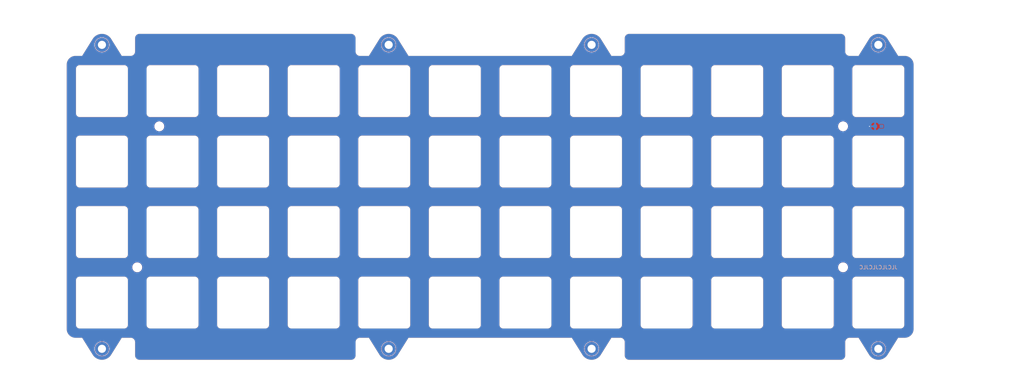
<source format=kicad_pcb>
(kicad_pcb (version 20211014) (generator pcbnew)
  (layers (0 "F.Cu" signal) (31 "B.Cu" signal) (34 "B.Paste" user) (35 "F.Paste" user) (36 "B.SilkS" user "B.Silkscreen") (37 "F.SilkS" user "F.Silkscreen") (38 "B.Mask" user) (39 "F.Mask" user) (44 "Edge.Cuts" user))
  (net 0 "")
  (net 1 "GND")
  (footprint "Keeb_footprints:MX100_cutout_plated" (layer "F.Cu") (at 155.97253 50.00646)
    (fp_text reference "U1")
    (fp_text value "HOLE")
    (fp_line (start -7 6) (end -7 -6) (layer "Edge.Cuts") (width 0.05))
    (fp_line (start -6 7) (end 6 7) (layer "Edge.Cuts") (width 0.05))
    (fp_line (start -6 -7) (end 6 -7) (layer "Edge.Cuts") (width 0.05))
    (fp_line (start 7 -6) (end 7 6) (layer "Edge.Cuts") (width 0.05))
    (fp_arc (start 7 6) (mid 6.707107 6.707107) (end 6 7) (layer "Edge.Cuts") (width 0.05))
    (fp_arc (start 6 -7) (mid 6.707107 -6.707107) (end 7 -6) (layer "Edge.Cuts") (width 0.05))
    (fp_arc (start -6 7) (mid -6.707107 6.707107) (end -7 6) (layer "Edge.Cuts") (width 0.05))
    (fp_arc (start -7 -6) (mid -6.707107 -6.707107) (end -6 -7) (layer "Edge.Cuts") (width 0.05))
  )
  (footprint "Keeb_footprints:MX100_cutout_plated" (layer "F.Cu") (at 175.02261 50.00646)
    (fp_text reference "U2")
    (fp_text value "HOLE")
    (fp_line (start -7 6) (end -7 -6) (layer "Edge.Cuts") (width 0.05))
    (fp_line (start -6 -7) (end 6 -7) (layer "Edge.Cuts") (width 0.05))
    (fp_line (start 7 -6) (end 7 6) (layer "Edge.Cuts") (width 0.05))
    (fp_line (start -6 7) (end 6 7) (layer "Edge.Cuts") (width 0.05))
    (fp_arc (start 6 -7) (mid 6.707107 -6.707107) (end 7 -6) (layer "Edge.Cuts") (width 0.05))
    (fp_arc (start -6 7) (mid -6.707107 6.707107) (end -7 6) (layer "Edge.Cuts") (width 0.05))
    (fp_arc (start 7 6) (mid 6.707107 6.707107) (end 6 7) (layer "Edge.Cuts") (width 0.05))
    (fp_arc (start -7 -6) (mid -6.707107 -6.707107) (end -6 -7) (layer "Edge.Cuts") (width 0.05))
  )
  (footprint "Keeb_footprints:MX100_cutout_plated" (layer "F.Cu") (at 194.07269 50.00646)
    (fp_text reference "U3")
    (fp_text value "HOLE")
    (fp_line (start -6 7) (end 6 7) (layer "Edge.Cuts") (width 0.05))
    (fp_line (start -7 6) (end -7 -6) (layer "Edge.Cuts") (width 0.05))
    (fp_line (start 7 -6) (end 7 6) (layer "Edge.Cuts") (width 0.05))
    (fp_line (start -6 -7) (end 6 -7) (layer "Edge.Cuts") (width 0.05))
    (fp_arc (start 7 6) (mid 6.707107 6.707107) (end 6 7) (layer "Edge.Cuts") (width 0.05))
    (fp_arc (start -7 -6) (mid -6.707107 -6.707107) (end -6 -7) (layer "Edge.Cuts") (width 0.05))
    (fp_arc (start -6 7) (mid -6.707107 6.707107) (end -7 6) (layer "Edge.Cuts") (width 0.05))
    (fp_arc (start 6 -7) (mid 6.707107 -6.707107) (end 7 -6) (layer "Edge.Cuts") (width 0.05))
  )
  (footprint "Keeb_footprints:MX100_cutout_plated" (layer "F.Cu") (at 213.12277 50.00646)
    (fp_text reference "U4")
    (fp_text value "HOLE")
    (fp_line (start -7 6) (end -7 -6) (layer "Edge.Cuts") (width 0.05))
    (fp_line (start -6 7) (end 6 7) (layer "Edge.Cuts") (width 0.05))
    (fp_line (start -6 -7) (end 6 -7) (layer "Edge.Cuts") (width 0.05))
    (fp_line (start 7 -6) (end 7 6) (layer "Edge.Cuts") (width 0.05))
    (fp_arc (start -7 -6) (mid -6.707107 -6.707107) (end -6 -7) (layer "Edge.Cuts") (width 0.05))
    (fp_arc (start 7 6) (mid 6.707107 6.707107) (end 6 7) (layer "Edge.Cuts") (width 0.05))
    (fp_arc (start 6 -7) (mid 6.707107 -6.707107) (end 7 -6) (layer "Edge.Cuts") (width 0.05))
    (fp_arc (start -6 7) (mid -6.707107 6.707107) (end -7 6) (layer "Edge.Cuts") (width 0.05))
  )
  (footprint "Keeb_footprints:MX100_cutout_plated" (layer "F.Cu") (at 232.17285 50.00646)
    (fp_text reference "U5")
    (fp_text value "HOLE")
    (fp_line (start 7 -6) (end 7 6) (layer "Edge.Cuts") (width 0.05))
    (fp_line (start -7 6) (end -7 -6) (layer "Edge.Cuts") (width 0.05))
    (fp_line (start -6 7) (end 6 7) (layer "Edge.Cuts") (width 0.05))
    (fp_line (start -6 -7) (end 6 -7) (layer "Edge.Cuts") (width 0.05))
    (fp_arc (start -7 -6) (mid -6.707107 -6.707107) (end -6 -7) (layer "Edge.Cuts") (width 0.05))
    (fp_arc (start -6 7) (mid -6.707107 6.707107) (end -7 6) (layer "Edge.Cuts") (width 0.05))
    (fp_arc (start 6 -7) (mid 6.707107 -6.707107) (end 7 -6) (layer "Edge.Cuts") (width 0.05))
    (fp_arc (start 7 6) (mid 6.707107 6.707107) (end 6 7) (layer "Edge.Cuts") (width 0.05))
  )
  (footprint "Keeb_footprints:MX100_cutout_plated" (layer "F.Cu") (at 327.42325 50.00646)
    (fp_text reference "U10")
    (fp_text value "HOLE")
    (fp_line (start -6 7) (end 6 7) (layer "Edge.Cuts") (width 0.05))
    (fp_line (start -6 -7) (end 6 -7) (layer "Edge.Cuts") (width 0.05))
    (fp_line (start 7 -6) (end 7 6) (layer "Edge.Cuts") (width 0.05))
    (fp_line (start -7 6) (end -7 -6) (layer "Edge.Cuts") (width 0.05))
    (fp_arc (start -6 7) (mid -6.707107 6.707107) (end -7 6) (layer "Edge.Cuts") (width 0.05))
    (fp_arc (start -7 -6) (mid -6.707107 -6.707107) (end -6 -7) (layer "Edge.Cuts") (width 0.05))
    (fp_arc (start 6 -7) (mid 6.707107 -6.707107) (end 7 -6) (layer "Edge.Cuts") (width 0.05))
    (fp_arc (start 7 6) (mid 6.707107 6.707107) (end 6 7) (layer "Edge.Cuts") (width 0.05))
  )
  (footprint "Keeb_footprints:MX100_cutout_plated" (layer "F.Cu") (at 346.47333 50.00646)
    (fp_text reference "U11")
    (fp_text value "HOLE")
    (fp_line (start -7 6) (end -7 -6) (layer "Edge.Cuts") (width 0.05))
    (fp_line (start -6 -7) (end 6 -7) (layer "Edge.Cuts") (width 0.05))
    (fp_line (start -6 7) (end 6 7) (layer "Edge.Cuts") (width 0.05))
    (fp_line (start 7 -6) (end 7 6) (layer "Edge.Cuts") (width 0.05))
    (fp_arc (start 6 -7) (mid 6.707107 -6.707107) (end 7 -6) (layer "Edge.Cuts") (width 0.05))
    (fp_arc (start -6 7) (mid -6.707107 6.707107) (end -7 6) (layer "Edge.Cuts") (width 0.05))
    (fp_arc (start 7 6) (mid 6.707107 6.707107) (end 6 7) (layer "Edge.Cuts") (width 0.05))
    (fp_arc (start -7 -6) (mid -6.707107 -6.707107) (end -6 -7) (layer "Edge.Cuts") (width 0.05))
  )
  (footprint "Keeb_footprints:MX100_cutout_plated" (layer "F.Cu") (at 155.97253 69.05654)
    (fp_text reference "U13")
    (fp_text value "HOLE")
    (fp_line (start -7 6) (end -7 -6) (layer "Edge.Cuts") (width 0.05))
    (fp_line (start -6 7) (end 6 7) (layer "Edge.Cuts") (width 0.05))
    (fp_line (start 7 -6) (end 7 6) (layer "Edge.Cuts") (width 0.05))
    (fp_line (start -6 -7) (end 6 -7) (layer "Edge.Cuts") (width 0.05))
    (fp_arc (start 7 6) (mid 6.707107 6.707107) (end 6 7) (layer "Edge.Cuts") (width 0.05))
    (fp_arc (start -7 -6) (mid -6.707107 -6.707107) (end -6 -7) (layer "Edge.Cuts") (width 0.05))
    (fp_arc (start -6 7) (mid -6.707107 6.707107) (end -7 6) (layer "Edge.Cuts") (width 0.05))
    (fp_arc (start 6 -7) (mid 6.707107 -6.707107) (end 7 -6) (layer "Edge.Cuts") (width 0.05))
  )
  (footprint "Keeb_footprints:MX100_cutout_plated" (layer "F.Cu") (at 194.07269 69.05654)
    (fp_text reference "U15")
    (fp_text value "HOLE")
    (fp_line (start 7 -6) (end 7 6) (layer "Edge.Cuts") (width 0.05))
    (fp_line (start -6 7) (end 6 7) (layer "Edge.Cuts") (width 0.05))
    (fp_line (start -6 -7) (end 6 -7) (layer "Edge.Cuts") (width 0.05))
    (fp_line (start -7 6) (end -7 -6) (layer "Edge.Cuts") (width 0.05))
    (fp_arc (start -6 7) (mid -6.707107 6.707107) (end -7 6) (layer "Edge.Cuts") (width 0.05))
    (fp_arc (start 6 -7) (mid 6.707107 -6.707107) (end 7 -6) (layer "Edge.Cuts") (width 0.05))
    (fp_arc (start 7 6) (mid 6.707107 6.707107) (end 6 7) (layer "Edge.Cuts") (width 0.05))
    (fp_arc (start -7 -6) (mid -6.707107 -6.707107) (end -6 -7) (layer "Edge.Cuts") (width 0.05))
  )
  (footprint "Keeb_footprints:MX100_cutout_plated" (layer "F.Cu") (at 232.17285 69.05654)
    (fp_text reference "U17")
    (fp_text value "HOLE")
    (fp_line (start 7 -6) (end 7 6) (layer "Edge.Cuts") (width 0.05))
    (fp_line (start -7 6) (end -7 -6) (layer "Edge.Cuts") (width 0.05))
    (fp_line (start -6 -7) (end 6 -7) (layer "Edge.Cuts") (width 0.05))
    (fp_line (start -6 7) (end 6 7) (layer "Edge.Cuts") (width 0.05))
    (fp_arc (start 6 -7) (mid 6.707107 -6.707107) (end 7 -6) (layer "Edge.Cuts") (width 0.05))
    (fp_arc (start -7 -6) (mid -6.707107 -6.707107) (end -6 -7) (layer "Edge.Cuts") (width 0.05))
    (fp_arc (start 7 6) (mid 6.707107 6.707107) (end 6 7) (layer "Edge.Cuts") (width 0.05))
    (fp_arc (start -6 7) (mid -6.707107 6.707107) (end -7 6) (layer "Edge.Cuts") (width 0.05))
  )
  (footprint "Keeb_footprints:MX100_cutout_plated" (layer "F.Cu") (at 251.22293 69.05654)
    (fp_text reference "U18")
    (fp_text value "HOLE")
    (fp_line (start -6 7) (end 6 7) (layer "Edge.Cuts") (width 0.05))
    (fp_line (start 7 -6) (end 7 6) (layer "Edge.Cuts") (width 0.05))
    (fp_line (start -6 -7) (end 6 -7) (layer "Edge.Cuts") (width 0.05))
    (fp_line (start -7 6) (end -7 -6) (layer "Edge.Cuts") (width 0.05))
    (fp_arc (start -6 7) (mid -6.707107 6.707107) (end -7 6) (layer "Edge.Cuts") (width 0.05))
    (fp_arc (start 6 -7) (mid 6.707107 -6.707107) (end 7 -6) (layer "Edge.Cuts") (width 0.05))
    (fp_arc (start -7 -6) (mid -6.707107 -6.707107) (end -6 -7) (layer "Edge.Cuts") (width 0.05))
    (fp_arc (start 7 6) (mid 6.707107 6.707107) (end 6 7) (layer "Edge.Cuts") (width 0.05))
  )
  (footprint "Keeb_footprints:MX100_cutout_plated" (layer "F.Cu") (at 270.27301 69.05654)
    (fp_text reference "U19")
    (fp_text value "HOLE")
    (fp_line (start -7 6) (end -7 -6) (layer "Edge.Cuts") (width 0.05))
    (fp_line (start -6 -7) (end 6 -7) (layer "Edge.Cuts") (width 0.05))
    (fp_line (start -6 7) (end 6 7) (layer "Edge.Cuts") (width 0.05))
    (fp_line (start 7 -6) (end 7 6) (layer "Edge.Cuts") (width 0.05))
    (fp_arc (start -6 7) (mid -6.707107 6.707107) (end -7 6) (layer "Edge.Cuts") (width 0.05))
    (fp_arc (start -7 -6) (mid -6.707107 -6.707107) (end -6 -7) (layer "Edge.Cuts") (width 0.05))
    (fp_arc (start 7 6) (mid 6.707107 6.707107) (end 6 7) (layer "Edge.Cuts") (width 0.05))
    (fp_arc (start 6 -7) (mid 6.707107 -6.707107) (end 7 -6) (layer "Edge.Cuts") (width 0.05))
  )
  (footprint "Keeb_footprints:MX100_cutout_plated" (layer "F.Cu") (at 289.32309 69.05654)
    (fp_text reference "U20")
    (fp_text value "HOLE")
    (fp_line (start 7 -6) (end 7 6) (layer "Edge.Cuts") (width 0.05))
    (fp_line (start -6 7) (end 6 7) (layer "Edge.Cuts") (width 0.05))
    (fp_line (start -6 -7) (end 6 -7) (layer "Edge.Cuts") (width 0.05))
    (fp_line (start -7 6) (end -7 -6) (layer "Edge.Cuts") (width 0.05))
    (fp_arc (start -6 7) (mid -6.707107 6.707107) (end -7 6) (layer "Edge.Cuts") (width 0.05))
    (fp_arc (start -7 -6) (mid -6.707107 -6.707107) (end -6 -7) (layer "Edge.Cuts") (width 0.05))
    (fp_arc (start 6 -7) (mid 6.707107 -6.707107) (end 7 -6) (layer "Edge.Cuts") (width 0.05))
    (fp_arc (start 7 6) (mid 6.707107 6.707107) (end 6 7) (layer "Edge.Cuts") (width 0.05))
  )
  (footprint "Keeb_footprints:MX100_cutout_plated" (layer "F.Cu") (at 308.37317 69.05654)
    (fp_text reference "U21")
    (fp_text value "HOLE")
    (fp_line (start 7 -6) (end 7 6) (layer "Edge.Cuts") (width 0.05))
    (fp_line (start -7 6) (end -7 -6) (layer "Edge.Cuts") (width 0.05))
    (fp_line (start -6 7) (end 6 7) (layer "Edge.Cuts") (width 0.05))
    (fp_line (start -6 -7) (end 6 -7) (layer "Edge.Cuts") (width 0.05))
    (fp_arc (start -7 -6) (mid -6.707107 -6.707107) (end -6 -7) (layer "Edge.Cuts") (width 0.05))
    (fp_arc (start -6 7) (mid -6.707107 6.707107) (end -7 6) (layer "Edge.Cuts") (width 0.05))
    (fp_arc (start 7 6) (mid 6.707107 6.707107) (end 6 7) (layer "Edge.Cuts") (width 0.05))
    (fp_arc (start 6 -7) (mid 6.707107 -6.707107) (end 7 -6) (layer "Edge.Cuts") (width 0.05))
  )
  (footprint "Keeb_footprints:MX100_cutout_plated" (layer "F.Cu") (at 327.42325 69.05654)
    (fp_text reference "U22")
    (fp_text value "HOLE")
    (fp_line (start -6 7) (end 6 7) (layer "Edge.Cuts") (width 0.05))
    (fp_line (start 7 -6) (end 7 6) (layer "Edge.Cuts") (width 0.05))
    (fp_line (start -6 -7) (end 6 -7) (layer "Edge.Cuts") (width 0.05))
    (fp_line (start -7 6) (end -7 -6) (layer "Edge.Cuts") (width 0.05))
    (fp_arc (start -7 -6) (mid -6.707107 -6.707107) (end -6 -7) (layer "Edge.Cuts") (width 0.05))
    (fp_arc (start 6 -7) (mid 6.707107 -6.707107) (end 7 -6) (layer "Edge.Cuts") (width 0.05))
    (fp_arc (start 7 6) (mid 6.707107 6.707107) (end 6 7) (layer "Edge.Cuts") (width 0.05))
    (fp_arc (start -6 7) (mid -6.707107 6.707107) (end -7 6) (layer "Edge.Cuts") (width 0.05))
  )
  (footprint "Keeb_footprints:MX100_cutout_plated" (layer "F.Cu") (at 346.47333 69.05654)
    (fp_text reference "U23")
    (fp_text value "HOLE")
    (fp_line (start -6 -7) (end 6 -7) (layer "Edge.Cuts") (width 0.05))
    (fp_line (start -7 6) (end -7 -6) (layer "Edge.Cuts") (width 0.05))
    (fp_line (start 7 -6) (end 7 6) (layer "Edge.Cuts") (width 0.05))
    (fp_line (start -6 7) (end 6 7) (layer "Edge.Cuts") (width 0.05))
    (fp_arc (start 6 -7) (mid 6.707107 -6.707107) (end 7 -6) (layer "Edge.Cuts") (width 0.05))
    (fp_arc (start 7 6) (mid 6.707107 6.707107) (end 6 7) (layer "Edge.Cuts") (width 0.05))
    (fp_arc (start -6 7) (mid -6.707107 6.707107) (end -7 6) (layer "Edge.Cuts") (width 0.05))
    (fp_arc (start -7 -6) (mid -6.707107 -6.707107) (end -6 -7) (layer "Edge.Cuts") (width 0.05))
  )
  (footprint "Keeb_footprints:MX100_cutout_plated" (layer "F.Cu") (at 365.52341 69.05654)
    (fp_text reference "U24")
    (fp_text value "HOLE")
    (fp_line (start -7 6) (end -7 -6) (layer "Edge.Cuts") (width 0.05))
    (fp_line (start -6 7) (end 6 7) (layer "Edge.Cuts") (width 0.05))
    (fp_line (start 7 -6) (end 7 6) (layer "Edge.Cuts") (width 0.05))
    (fp_line (start -6 -7) (end 6 -7) (layer "Edge.Cuts") (width 0.05))
    (fp_arc (start -6 7) (mid -6.707107 6.707107) (end -7 6) (layer "Edge.Cuts") (width 0.05))
    (fp_arc (start -7 -6) (mid -6.707107 -6.707107) (end -6 -7) (layer "Edge.Cuts") (width 0.05))
    (fp_arc (start 6 -7) (mid 6.707107 -6.707107) (end 7 -6) (layer "Edge.Cuts") (width 0.05))
    (fp_arc (start 7 6) (mid 6.707107 6.707107) (end 6 7) (layer "Edge.Cuts") (width 0.05))
  )
  (footprint "Keeb_footprints:MX100_cutout_plated" (layer "F.Cu") (at 155.97253 88.10662)
    (fp_text reference "U25")
    (fp_text value "HOLE")
    (fp_line (start 7 -6) (end 7 6) (layer "Edge.Cuts") (width 0.05))
    (fp_line (start -7 6) (end -7 -6) (layer "Edge.Cuts") (width 0.05))
    (fp_line (start -6 -7) (end 6 -7) (layer "Edge.Cuts") (width 0.05))
    (fp_line (start -6 7) (end 6 7) (layer "Edge.Cuts") (width 0.05))
    (fp_arc (start -6 7) (mid -6.707107 6.707107) (end -7 6) (layer "Edge.Cuts") (width 0.05))
    (fp_arc (start 6 -7) (mid 6.707107 -6.707107) (end 7 -6) (layer "Edge.Cuts") (width 0.05))
    (fp_arc (start 7 6) (mid 6.707107 6.707107) (end 6 7) (layer "Edge.Cuts") (width 0.05))
    (fp_arc (start -7 -6) (mid -6.707107 -6.707107) (end -6 -7) (layer "Edge.Cuts") (width 0.05))
  )
  (footprint "Keeb_footprints:MX100_cutout_plated" (layer "F.Cu") (at 175.02261 88.10662)
    (fp_text reference "U26")
    (fp_text value "HOLE")
    (fp_line (start -6 -7) (end 6 -7) (layer "Edge.Cuts") (width 0.05))
    (fp_line (start -6 7) (end 6 7) (layer "Edge.Cuts") (width 0.05))
    (fp_line (start -7 6) (end -7 -6) (layer "Edge.Cuts") (width 0.05))
    (fp_line (start 7 -6) (end 7 6) (layer "Edge.Cuts") (width 0.05))
    (fp_arc (start 7 6) (mid 6.707107 6.707107) (end 6 7) (layer "Edge.Cuts") (width 0.05))
    (fp_arc (start -6 7) (mid -6.707107 6.707107) (end -7 6) (layer "Edge.Cuts") (width 0.05))
    (fp_arc (start 6 -7) (mid 6.707107 -6.707107) (end 7 -6) (layer "Edge.Cuts") (width 0.05))
    (fp_arc (start -7 -6) (mid -6.707107 -6.707107) (end -6 -7) (layer "Edge.Cuts") (width 0.05))
  )
  (footprint "Keeb_footprints:MX100_cutout_plated" (layer "F.Cu") (at 194.07269 88.10662)
    (fp_text reference "U27")
    (fp_text value "HOLE")
    (fp_line (start -7 6) (end -7 -6) (layer "Edge.Cuts") (width 0.05))
    (fp_line (start 7 -6) (end 7 6) (layer "Edge.Cuts") (width 0.05))
    (fp_line (start -6 -7) (end 6 -7) (layer "Edge.Cuts") (width 0.05))
    (fp_line (start -6 7) (end 6 7) (layer "Edge.Cuts") (width 0.05))
    (fp_arc (start -6 7) (mid -6.707107 6.707107) (end -7 6) (layer "Edge.Cuts") (width 0.05))
    (fp_arc (start -7 -6) (mid -6.707107 -6.707107) (end -6 -7) (layer "Edge.Cuts") (width 0.05))
    (fp_arc (start 6 -7) (mid 6.707107 -6.707107) (end 7 -6) (layer "Edge.Cuts") (width 0.05))
    (fp_arc (start 7 6) (mid 6.707107 6.707107) (end 6 7) (layer "Edge.Cuts") (width 0.05))
  )
  (footprint "Keeb_footprints:MX100_cutout_plated" (layer "F.Cu") (at 213.12277 88.10662)
    (fp_text reference "U28")
    (fp_text value "HOLE")
    (fp_line (start -6 7) (end 6 7) (layer "Edge.Cuts") (width 0.05))
    (fp_line (start -7 6) (end -7 -6) (layer "Edge.Cuts") (width 0.05))
    (fp_line (start 7 -6) (end 7 6) (layer "Edge.Cuts") (width 0.05))
    (fp_line (start -6 -7) (end 6 -7) (layer "Edge.Cuts") (width 0.05))
    (fp_arc (start 6 -7) (mid 6.707107 -6.707107) (end 7 -6) (layer "Edge.Cuts") (width 0.05))
    (fp_arc (start 7 6) (mid 6.707107 6.707107) (end 6 7) (layer "Edge.Cuts") (width 0.05))
    (fp_arc (start -6 7) (mid -6.707107 6.707107) (end -7 6) (layer "Edge.Cuts") (width 0.05))
    (fp_arc (start -7 -6) (mid -6.707107 -6.707107) (end -6 -7) (layer "Edge.Cuts") (width 0.05))
  )
  (footprint "Keeb_footprints:MX100_cutout_plated" (layer "F.Cu") (at 232.17285 88.10662)
    (fp_text reference "U29")
    (fp_text value "HOLE")
    (fp_line (start -6 -7) (end 6 -7) (layer "Edge.Cuts") (width 0.05))
    (fp_line (start -7 6) (end -7 -6) (layer "Edge.Cuts") (width 0.05))
    (fp_line (start -6 7) (end 6 7) (layer "Edge.Cuts") (width 0.05))
    (fp_line (start 7 -6) (end 7 6) (layer "Edge.Cuts") (width 0.05))
    (fp_arc (start 7 6) (mid 6.707107 6.707107) (end 6 7) (layer "Edge.Cuts") (width 0.05))
    (fp_arc (start -6 7) (mid -6.707107 6.707107) (end -7 6) (layer "Edge.Cuts") (width 0.05))
    (fp_arc (start 6 -7) (mid 6.707107 -6.707107) (end 7 -6) (layer "Edge.Cuts") (width 0.05))
    (fp_arc (start -7 -6) (mid -6.707107 -6.707107) (end -6 -7) (layer "Edge.Cuts") (width 0.05))
  )
  (footprint "Keeb_footprints:MX100_cutout_plated" (layer "F.Cu") (at 251.22293 88.10662)
    (fp_text reference "U30")
    (fp_text value "HOLE")
    (fp_line (start -6 -7) (end 6 -7) (layer "Edge.Cuts") (width 0.05))
    (fp_line (start -6 7) (end 6 7) (layer "Edge.Cuts") (width 0.05))
    (fp_line (start -7 6) (end -7 -6) (layer "Edge.Cuts") (width 0.05))
    (fp_line (start 7 -6) (end 7 6) (layer "Edge.Cuts") (width 0.05))
    (fp_arc (start 6 -7) (mid 6.707107 -6.707107) (end 7 -6) (layer "Edge.Cuts") (width 0.05))
    (fp_arc (start -6 7) (mid -6.707107 6.707107) (end -7 6) (layer "Edge.Cuts") (width 0.05))
    (fp_arc (start -7 -6) (mid -6.707107 -6.707107) (end -6 -7) (layer "Edge.Cuts") (width 0.05))
    (fp_arc (start 7 6) (mid 6.707107 6.707107) (end 6 7) (layer "Edge.Cuts") (width 0.05))
  )
  (footprint "Keeb_footprints:MX100_cutout_plated" (layer "F.Cu") (at 270.27301 88.10662)
    (fp_text reference "U31")
    (fp_text value "HOLE")
    (fp_line (start -6 -7) (end 6 -7) (layer "Edge.Cuts") (width 0.05))
    (fp_line (start 7 -6) (end 7 6) (layer "Edge.Cuts") (width 0.05))
    (fp_line (start -7 6) (end -7 -6) (layer "Edge.Cuts") (width 0.05))
    (fp_line (start -6 7) (end 6 7) (layer "Edge.Cuts") (width 0.05))
    (fp_arc (start 6 -7) (mid 6.707107 -6.707107) (end 7 -6) (layer "Edge.Cuts") (width 0.05))
    (fp_arc (start -6 7) (mid -6.707107 6.707107) (end -7 6) (layer "Edge.Cuts") (width 0.05))
    (fp_arc (start -7 -6) (mid -6.707107 -6.707107) (end -6 -7) (layer "Edge.Cuts") (width 0.05))
    (fp_arc (start 7 6) (mid 6.707107 6.707107) (end 6 7) (layer "Edge.Cuts") (width 0.05))
  )
  (footprint "Keeb_footprints:MX100_cutout_plated" (layer "F.Cu") (at 289.32309 88.10662)
    (fp_text reference "U32")
    (fp_text value "HOLE")
    (fp_line (start -7 6) (end -7 -6) (layer "Edge.Cuts") (width 0.05))
    (fp_line (start 7 -6) (end 7 6) (layer "Edge.Cuts") (width 0.05))
    (fp_line (start -6 7) (end 6 7) (layer "Edge.Cuts") (width 0.05))
    (fp_line (start -6 -7) (end 6 -7) (layer "Edge.Cuts") (width 0.05))
    (fp_arc (start -6 7) (mid -6.707107 6.707107) (end -7 6) (layer "Edge.Cuts") (width 0.05))
    (fp_arc (start -7 -6) (mid -6.707107 -6.707107) (end -6 -7) (layer "Edge.Cuts") (width 0.05))
    (fp_arc (start 7 6) (mid 6.707107 6.707107) (end 6 7) (layer "Edge.Cuts") (width 0.05))
    (fp_arc (start 6 -7) (mid 6.707107 -6.707107) (end 7 -6) (layer "Edge.Cuts") (width 0.05))
  )
  (footprint "Keeb_footprints:MX100_cutout_plated" (layer "F.Cu") (at 308.37317 88.10662)
    (fp_text reference "U33")
    (fp_text value "HOLE")
    (fp_line (start -6 -7) (end 6 -7) (layer "Edge.Cuts") (width 0.05))
    (fp_line (start -6 7) (end 6 7) (layer "Edge.Cuts") (width 0.05))
    (fp_line (start 7 -6) (end 7 6) (layer "Edge.Cuts") (width 0.05))
    (fp_line (start -7 6) (end -7 -6) (layer "Edge.Cuts") (width 0.05))
    (fp_arc (start -7 -6) (mid -6.707107 -6.707107) (end -6 -7) (layer "Edge.Cuts") (width 0.05))
    (fp_arc (start 6 -7) (mid 6.707107 -6.707107) (end 7 -6) (layer "Edge.Cuts") (width 0.05))
    (fp_arc (start -6 7) (mid -6.707107 6.707107) (end -7 6) (layer "Edge.Cuts") (width 0.05))
    (fp_arc (start 7 6) (mid 6.707107 6.707107) (end 6 7) (layer "Edge.Cuts") (width 0.05))
  )
  (footprint "Keeb_footprints:MX100_cutout_plated" (layer "F.Cu") (at 327.42325 88.10662)
    (fp_text reference "U34")
    (fp_text value "HOLE")
    (fp_line (start -6 -7) (end 6 -7) (layer "Edge.Cuts") (width 0.05))
    (fp_line (start -6 7) (end 6 7) (layer "Edge.Cuts") (width 0.05))
    (fp_line (start -7 6) (end -7 -6) (layer "Edge.Cuts") (width 0.05))
    (fp_line (start 7 -6) (end 7 6) (layer "Edge.Cuts") (width 0.05))
    (fp_arc (start 6 -7) (mid 6.707107 -6.707107) (end 7 -6) (layer "Edge.Cuts") (width 0.05))
    (fp_arc (start -7 -6) (mid -6.707107 -6.707107) (end -6 -7) (layer "Edge.Cuts") (width 0.05))
    (fp_arc (start 7 6) (mid 6.707107 6.707107) (end 6 7) (layer "Edge.Cuts") (width 0.05))
    (fp_arc (start -6 7) (mid -6.707107 6.707107) (end -7 6) (layer "Edge.Cuts") (width 0.05))
  )
  (footprint "Keeb_footprints:MX100_cutout_plated" (layer "F.Cu") (at 346.47333 88.10662)
    (fp_text reference "U35")
    (fp_text value "HOLE")
    (fp_line (start 7 -6) (end 7 6) (layer "Edge.Cuts") (width 0.05))
    (fp_line (start -6 7) (end 6 7) (layer "Edge.Cuts") (width 0.05))
    (fp_line (start -7 6) (end -7 -6) (layer "Edge.Cuts") (width 0.05))
    (fp_line (start -6 -7) (end 6 -7) (layer "Edge.Cuts") (width 0.05))
    (fp_arc (start 7 6) (mid 6.707107 6.707107) (end 6 7) (layer "Edge.Cuts") (width 0.05))
    (fp_arc (start -7 -6) (mid -6.707107 -6.707107) (end -6 -7) (layer "Edge.Cuts") (width 0.05))
    (fp_arc (start 6 -7) (mid 6.707107 -6.707107) (end 7 -6) (layer "Edge.Cuts") (width 0.05))
    (fp_arc (start -6 7) (mid -6.707107 6.707107) (end -7 6) (layer "Edge.Cuts") (width 0.05))
  )
  (footprint "Keeb_footprints:MX100_cutout_plated" (layer "F.Cu") (at 365.52341 88.10662)
    (fp_text reference "U36")
    (fp_text value "HOLE")
    (fp_line (start 7 -6) (end 7 6) (layer "Edge.Cuts") (width 0.05))
    (fp_line (start -7 6) (end -7 -6) (layer "Edge.Cuts") (width 0.05))
    (fp_line (start -6 -7) (end 6 -7) (layer "Edge.Cuts") (width 0.05))
    (fp_line (start -6 7) (end 6 7) (layer "Edge.Cuts") (width 0.05))
    (fp_arc (start 7 6) (mid 6.707107 6.707107) (end 6 7) (layer "Edge.Cuts") (width 0.05))
    (fp_arc (start -7 -6) (mid -6.707107 -6.707107) (end -6 -7) (layer "Edge.Cuts") (width 0.05))
    (fp_arc (start -6 7) (mid -6.707107 6.707107) (end -7 6) (layer "Edge.Cuts") (width 0.05))
    (fp_arc (start 6 -7) (mid 6.707107 -6.707107) (end 7 -6) (layer "Edge.Cuts") (width 0.05))
  )
  (footprint "Keeb_footprints:MX100_cutout_plated" (layer "F.Cu") (at 175.02261 107.1567)
    (fp_text reference "U38")
    (fp_text value "HOLE")
    (fp_line (start 7 -6) (end 7 6) (layer "Edge.Cuts") (width 0.05))
    (fp_line (start -6 7) (end 6 7) (layer "Edge.Cuts") (width 0.05))
    (fp_line (start -6 -7) (end 6 -7) (layer "Edge.Cuts") (width 0.05))
    (fp_line (start -7 6) (end -7 -6) (layer "Edge.Cuts") (width 0.05))
    (fp_arc (start 6 -7) (mid 6.707107 -6.707107) (end 7 -6) (layer "Edge.Cuts") (width 0.05))
    (fp_arc (start -7 -6) (mid -6.707107 -6.707107) (end -6 -7) (layer "Edge.Cuts") (width 0.05))
    (fp_arc (start 7 6) (mid 6.707107 6.707107) (end 6 7) (layer "Edge.Cuts") (width 0.05))
    (fp_arc (start -6 7) (mid -6.707107 6.707107) (end -7 6) (layer "Edge.Cuts") (width 0.05))
  )
  (footprint "Keeb_footprints:MX100_cutout_plated" (layer "F.Cu") (at 194.07269 107.1567)
    (fp_text reference "U39")
    (fp_text value "HOLE")
    (fp_line (start -7 6) (end -7 -6) (layer "Edge.Cuts") (width 0.05))
    (fp_line (start -6 7) (end 6 7) (layer "Edge.Cuts") (width 0.05))
    (fp_line (start -6 -7) (end 6 -7) (layer "Edge.Cuts") (width 0.05))
    (fp_line (start 7 -6) (end 7 6) (layer "Edge.Cuts") (width 0.05))
    (fp_arc (start -7 -6) (mid -6.707107 -6.707107) (end -6 -7) (layer "Edge.Cuts") (width 0.05))
    (fp_arc (start -6 7) (mid -6.707107 6.707107) (end -7 6) (layer "Edge.Cuts") (width 0.05))
    (fp_arc (start 7 6) (mid 6.707107 6.707107) (end 6 7) (layer "Edge.Cuts") (width 0.05))
    (fp_arc (start 6 -7) (mid 6.707107 -6.707107) (end 7 -6) (layer "Edge.Cuts") (width 0.05))
  )
  (footprint "Keeb_footprints:MX100_cutout_plated" (layer "F.Cu") (at 213.12277 107.1567)
    (fp_text reference "U40")
    (fp_text value "HOLE")
    (fp_line (start -6 -7) (end 6 -7) (layer "Edge.Cuts") (width 0.05))
    (fp_line (start -7 6) (end -7 -6) (layer "Edge.Cuts") (width 0.05))
    (fp_line (start 7 -6) (end 7 6) (layer "Edge.Cuts") (width 0.05))
    (fp_line (start -6 7) (end 6 7) (layer "Edge.Cuts") (width 0.05))
    (fp_arc (start 7 6) (mid 6.707107 6.707107) (end 6 7) (layer "Edge.Cuts") (width 0.05))
    (fp_arc (start -7 -6) (mid -6.707107 -6.707107) (end -6 -7) (layer "Edge.Cuts") (width 0.05))
    (fp_arc (start -6 7) (mid -6.707107 6.707107) (end -7 6) (layer "Edge.Cuts") (width 0.05))
    (fp_arc (start 6 -7) (mid 6.707107 -6.707107) (end 7 -6) (layer "Edge.Cuts") (width 0.05))
  )
  (footprint "Keeb_footprints:MX100_cutout_plated" (layer "F.Cu") (at 232.17285 107.1567)
    (fp_text reference "U41")
    (fp_text value "HOLE")
    (fp_line (start -6 -7) (end 6 -7) (layer "Edge.Cuts") (width 0.05))
    (fp_line (start -7 6) (end -7 -6) (layer "Edge.Cuts") (width 0.05))
    (fp_line (start -6 7) (end 6 7) (layer "Edge.Cuts") (width 0.05))
    (fp_line (start 7 -6) (end 7 6) (layer "Edge.Cuts") (width 0.05))
    (fp_arc (start 6 -7) (mid 6.707107 -6.707107) (end 7 -6) (layer "Edge.Cuts") (width 0.05))
    (fp_arc (start -6 7) (mid -6.707107 6.707107) (end -7 6) (layer "Edge.Cuts") (width 0.05))
    (fp_arc (start -7 -6) (mid -6.707107 -6.707107) (end -6 -7) (layer "Edge.Cuts") (width 0.05))
    (fp_arc (start 7 6) (mid 6.707107 6.707107) (end 6 7) (layer "Edge.Cuts") (width 0.05))
  )
  (footprint "Keeb_footprints:MX100_cutout_plated" (layer "F.Cu") (at 251.22293 107.1567)
    (fp_text reference "U42")
    (fp_text value "HOLE")
    (fp_line (start -6 -7) (end 6 -7) (layer "Edge.Cuts") (width 0.05))
    (fp_line (start 7 -6) (end 7 6) (layer "Edge.Cuts") (width 0.05))
    (fp_line (start -7 6) (end -7 -6) (layer "Edge.Cuts") (width 0.05))
    (fp_line (start -6 7) (end 6 7) (layer "Edge.Cuts") (width 0.05))
    (fp_arc (start 6 -7) (mid 6.707107 -6.707107) (end 7 -6) (layer "Edge.Cuts") (width 0.05))
    (fp_arc (start -7 -6) (mid -6.707107 -6.707107) (end -6 -7) (layer "Edge.Cuts") (width 0.05))
    (fp_arc (start -6 7) (mid -6.707107 6.707107) (end -7 6) (layer "Edge.Cuts") (width 0.05))
    (fp_arc (start 7 6) (mid 6.707107 6.707107) (end 6 7) (layer "Edge.Cuts") (width 0.05))
  )
  (footprint "Keeb_footprints:MX100_cutout_plated" (layer "F.Cu") (at 270.27301 107.1567)
    (fp_text reference "U43")
    (fp_text value "HOLE")
    (fp_line (start -6 7) (end 6 7) (layer "Edge.Cuts") (width 0.05))
    (fp_line (start -7 6) (end -7 -6) (layer "Edge.Cuts") (width 0.05))
    (fp_line (start -6 -7) (end 6 -7) (layer "Edge.Cuts") (width 0.05))
    (fp_line (start 7 -6) (end 7 6) (layer "Edge.Cuts") (width 0.05))
    (fp_arc (start -6 7) (mid -6.707107 6.707107) (end -7 6) (layer "Edge.Cuts") (width 0.05))
    (fp_arc (start 6 -7) (mid 6.707107 -6.707107) (end 7 -6) (layer "Edge.Cuts") (width 0.05))
    (fp_arc (start 7 6) (mid 6.707107 6.707107) (end 6 7) (layer "Edge.Cuts") (width 0.05))
    (fp_arc (start -7 -6) (mid -6.707107 -6.707107) (end -6 -7) (layer "Edge.Cuts") (width 0.05))
  )
  (footprint "Keeb_footprints:MX100_cutout_plated" (layer "F.Cu") (at 289.32309 107.1567)
    (fp_text reference "U44")
    (fp_text value "HOLE")
    (fp_line (start -7 6) (end -7 -6) (layer "Edge.Cuts") (width 0.05))
    (fp_line (start 7 -6) (end 7 6) (layer "Edge.Cuts") (width 0.05))
    (fp_line (start -6 7) (end 6 7) (layer "Edge.Cuts") (width 0.05))
    (fp_line (start -6 -7) (end 6 -7) (layer "Edge.Cuts") (width 0.05))
    (fp_arc (start -6 7) (mid -6.707107 6.707107) (end -7 6) (layer "Edge.Cuts") (width 0.05))
    (fp_arc (start 7 6) (mid 6.707107 6.707107) (end 6 7) (layer "Edge.Cuts") (width 0.05))
    (fp_arc (start 6 -7) (mid 6.707107 -6.707107) (end 7 -6) (layer "Edge.Cuts") (width 0.05))
    (fp_arc (start -7 -6) (mid -6.707107 -6.707107) (end -6 -7) (layer "Edge.Cuts") (width 0.05))
  )
  (footprint "Keeb_footprints:MX100_cutout_plated" (layer "F.Cu") (at 308.37317 107.1567)
    (fp_text reference "U45")
    (fp_text value "HOLE")
    (fp_line (start -6 -7) (end 6 -7) (layer "Edge.Cuts") (width 0.05))
    (fp_line (start -6 7) (end 6 7) (layer "Edge.Cuts") (width 0.05))
    (fp_line (start 7 -6) (end 7 6) (layer "Edge.Cuts") (width 0.05))
    (fp_line (start -7 6) (end -7 -6) (layer "Edge.Cuts") (width 0.05))
    (fp_arc (start 6 -7) (mid 6.707107 -6.707107) (end 7 -6) (layer "Edge.Cuts") (width 0.05))
    (fp_arc (start -6 7) (mid -6.707107 6.707107) (end -7 6) (layer "Edge.Cuts") (width 0.05))
    (fp_arc (start 7 6) (mid 6.707107 6.707107) (end 6 7) (layer "Edge.Cuts") (width 0.05))
    (fp_arc (start -7 -6) (mid -6.707107 -6.707107) (end -6 -7) (layer "Edge.Cuts") (width 0.05))
  )
  (footprint "Keeb_footprints:MX100_cutout_plated" (layer "F.Cu") (at 327.42325 107.1567)
    (fp_text reference "U46")
    (fp_text value "HOLE")
    (fp_line (start -7 6) (end -7 -6) (layer "Edge.Cuts") (width 0.05))
    (fp_line (start 7 -6) (end 7 6) (layer "Edge.Cuts") (width 0.05))
    (fp_line (start -6 7) (end 6 7) (layer "Edge.Cuts") (width 0.05))
    (fp_line (start -6 -7) (end 6 -7) (layer "Edge.Cuts") (width 0.05))
    (fp_arc (start 7 6) (mid 6.707107 6.707107) (end 6 7) (layer "Edge.Cuts") (width 0.05))
    (fp_arc (start -7 -6) (mid -6.707107 -6.707107) (end -6 -7) (layer "Edge.Cuts") (width 0.05))
    (fp_arc (start -6 7) (mid -6.707107 6.707107) (end -7 6) (layer "Edge.Cuts") (width 0.05))
    (fp_arc (start 6 -7) (mid 6.707107 -6.707107) (end 7 -6) (layer "Edge.Cuts") (width 0.05))
  )
  (footprint "Keeb_footprints:MX100_cutout_plated" (layer "F.Cu") (at 346.47333 107.16)
    (fp_text reference "U47")
    (fp_text value "HOLE")
    (fp_line (start -6 7) (end 6 7) (layer "Edge.Cuts") (width 0.05))
    (fp_line (start 7 -6) (end 7 6) (layer "Edge.Cuts") (width 0.05))
    (fp_line (start -6 -7) (end 6 -7) (layer "Edge.Cuts") (width 0.05))
    (fp_line (start -7 6) (end -7 -6) (layer "Edge.Cuts") (width 0.05))
    (fp_arc (start -7 -6) (mid -6.707107 -6.707107) (end -6 -7) (layer "Edge.Cuts") (width 0.05))
    (fp_arc (start 6 -7) (mid 6.707107 -6.707107) (end 7 -6) (layer "Edge.Cuts") (width 0.05))
    (fp_arc (start -6 7) (mid -6.707107 6.707107) (end -7 6) (layer "Edge.Cuts") (width 0.05))
    (fp_arc (start 7 6) (mid 6.707107 6.707107) (end 6 7) (layer "Edge.Cuts") (width 0.05))
  )
  (footprint "Keeb_footprints:MX100_cutout_plated" (layer "F.Cu") (at 365.52341 107.1567)
    (fp_text reference "U48")
    (fp_text value "HOLE")
    (fp_line (start -6 -7) (end 6 -7) (layer "Edge.Cuts") (width 0.05))
    (fp_line (start -6 7) (end 6 7) (layer "Edge.Cuts") (width 0.05))
    (fp_line (start -7 6) (end -7 -6) (layer "Edge.Cuts") (width 0.05))
    (fp_line (start 7 -6) (end 7 6) (layer "Edge.Cuts") (width 0.05))
    (fp_arc (start 7 6) (mid 6.707107 6.707107) (end 6 7) (layer "Edge.Cuts") (width 0.05))
    (fp_arc (start 6 -7) (mid 6.707107 -6.707107) (end 7 -6) (layer "Edge.Cuts") (width 0.05))
    (fp_arc (start -7 -6) (mid -6.707107 -6.707107) (end -6 -7) (layer "Edge.Cuts") (width 0.05))
    (fp_arc (start -6 7) (mid -6.707107 6.707107) (end -7 6) (layer "Edge.Cuts") (width 0.05))
  )
  (footprint "Keeb_footprints:MX100_cutout_plated" (layer "F.Cu") (at 155.97253 107.1567)
    (fp_text reference "U37")
    (fp_text value "HOLE")
    (fp_line (start -6 7) (end 6 7) (layer "Edge.Cuts") (width 0.05))
    (fp_line (start -6 -7) (end 6 -7) (layer "Edge.Cuts") (width 0.05))
    (fp_line (start 7 -6) (end 7 6) (layer "Edge.Cuts") (width 0.05))
    (fp_line (start -7 6) (end -7 -6) (layer "Edge.Cuts") (width 0.05))
    (fp_arc (start 6 -7) (mid 6.707107 -6.707107) (end 7 -6) (layer "Edge.Cuts") (width 0.05))
    (fp_arc (start -6 7) (mid -6.707107 6.707107) (end -7 6) (layer "Edge.Cuts") (width 0.05))
    (fp_arc (start -7 -6) (mid -6.707107 -6.707107) (end -6 -7) (layer "Edge.Cuts") (width 0.05))
    (fp_arc (start 7 6) (mid 6.707107 6.707107) (end 6 7) (layer "Edge.Cuts") (width 0.05))
  )
  (footprint "Keeb_footprints:MX100_cutout_plated" (layer "F.Cu") (at 175.02261 69.05654)
    (fp_text reference "U14")
    (fp_text value "HOLE")
    (fp_line (start 7 -6) (end 7 6) (layer "Edge.Cuts") (width 0.05))
    (fp_line (start -6 -7) (end 6 -7) (layer "Edge.Cuts") (width 0.05))
    (fp_line (start -6 7) (end 6 7) (layer "Edge.Cuts") (width 0.05))
    (fp_line (start -7 6) (end -7 -6) (layer "Edge.Cuts") (width 0.05))
    (fp_arc (start -7 -6) (mid -6.707107 -6.707107) (end -6 -7) (layer "Edge.Cuts") (width 0.05))
    (fp_arc (start 6 -7) (mid 6.707107 -6.707107) (end 7 -6) (layer "Edge.Cuts") (width 0.05))
    (fp_arc (start -6 7) (mid -6.707107 6.707107) (end -7 6) (layer "Edge.Cuts") (width 0.05))
    (fp_arc (start 7 6) (mid 6.707107 6.707107) (end 6 7) (layer "Edge.Cuts") (width 0.05))
  )
  (footprint "Keeb_footprints:MX100_cutout_plated" (layer "F.Cu") (at 365.52341 50.00646)
    (fp_text reference "U12")
    (fp_text value "HOLE")
    (fp_line (start -7 6) (end -7 -6) (layer "Edge.Cuts") (width 0.05))
    (fp_line (start -6 7) (end 6 7) (layer "Edge.Cuts") (width 0.05))
    (fp_line (start 7 -6) (end 7 6) (layer "Edge.Cuts") (width 0.05))
    (fp_line (start -6 -7) (end 6 -7) (layer "Edge.Cuts") (width 0.05))
    (fp_arc (start -6 7) (mid -6.707107 6.707107) (end -7 6) (layer "Edge.Cuts") (width 0.05))
    (fp_arc (start -7 -6) (mid -6.707107 -6.707107) (end -6 -7) (layer "Edge.Cuts") (width 0.05))
    (fp_arc (start 7 6) (mid 6.707107 6.707107) (end 6 7) (layer "Edge.Cuts") (width 0.05))
    (fp_arc (start 6 -7) (mid 6.707107 -6.707107) (end 7 -6) (layer "Edge.Cuts") (width 0.05))
  )
  (footprint "Keeb_footprints:MX100_cutout_plated" (layer "F.Cu") (at 213.12277 69.05654)
    (fp_text reference "U16")
    (fp_text value "HOLE")
    (fp_line (start -6 -7) (end 6 -7) (layer "Edge.Cuts") (width 0.05))
    (fp_line (start -6 7) (end 6 7) (layer "Edge.Cuts") (width 0.05))
    (fp_line (start -7 6) (end -7 -6) (layer "Edge.Cuts") (width 0.05))
    (fp_line (start 7 -6) (end 7 6) (layer "Edge.Cuts") (width 0.05))
    (fp_arc (start 7 6) (mid 6.707107 6.707107) (end 6 7) (layer "Edge.Cuts") (width 0.05))
    (fp_arc (start -7 -6) (mid -6.707107 -6.707107) (end -6 -7) (layer "Edge.Cuts") (width 0.05))
    (fp_arc (start 6 -7) (mid 6.707107 -6.707107) (end 7 -6) (layer "Edge.Cuts") (width 0.05))
    (fp_arc (start -6 7) (mid -6.707107 6.707107) (end -7 6) (layer "Edge.Cuts") (width 0.05))
  )
  (footprint "Keeb_footprints:MX100_cutout_plated" (layer "F.Cu") (at 251.223314 50.00646)
    (fp_text reference "U6")
    (fp_text value "HOLE")
    (fp_line (start -6 -7) (end 6 -7) (layer "Edge.Cuts") (width 0.05))
    (fp_line (start -7 6) (end -7 -6) (layer "Edge.Cuts") (width 0.05))
    (fp_line (start -6 7) (end 6 7) (layer "Edge.Cuts") (width 0.05))
    (fp_line (start 7 -6) (end 7 6) (layer "Edge.Cuts") (width 0.05))
    (fp_arc (start 6 -7) (mid 6.707107 -6.707107) (end 7 -6) (layer "Edge.Cuts") (width 0.05))
    (fp_arc (start 7 6) (mid 6.707107 6.707107) (end 6 7) (layer "Edge.Cuts") (width 0.05))
    (fp_arc (start -6 7) (mid -6.707107 6.707107) (end -7 6) (layer "Edge.Cuts") (width 0.05))
    (fp_arc (start -7 -6) (mid -6.707107 -6.707107) (end -6 -7) (layer "Edge.Cuts") (width 0.05))
  )
  (footprint "Keeb_footprints:MX100_cutout_plated" (layer "F.Cu") (at 270.27333 50.00646)
    (fp_text reference "U7")
    (fp_text value "HOLE")
    (fp_line (start -6 7) (end 6 7) (layer "Edge.Cuts") (width 0.05))
    (fp_line (start 7 -6) (end 7 6) (layer "Edge.Cuts") (width 0.05))
    (fp_line (start -7 6) (end -7 -6) (layer "Edge.Cuts") (width 0.05))
    (fp_line (start -6 -7) (end 6 -7) (layer "Edge.Cuts") (width 0.05))
    (fp_arc (start 7 6) (mid 6.707107 6.707107) (end 6 7) (layer "Edge.Cuts") (width 0.05))
    (fp_arc (start -7 -6) (mid -6.707107 -6.707107) (end -6 -7) (layer "Edge.Cuts") (width 0.05))
    (fp_arc (start 6 -7) (mid 6.707107 -6.707107) (end 7 -6) (layer "Edge.Cuts") (width 0.05))
    (fp_arc (start -6 7) (mid -6.707107 6.707107) (end -7 6) (layer "Edge.Cuts") (width 0.05))
  )
  (footprint "Keeb_footprints:MX100_cutout_plated" (layer "F.Cu") (at 289.323346 50.00646)
    (fp_text reference "U8")
    (fp_text value "HOLE")
    (fp_line (start -6 -7) (end 6 -7) (layer "Edge.Cuts") (width 0.05))
    (fp_line (start -7 6) (end -7 -6) (layer "Edge.Cuts") (width 0.05))
    (fp_line (start 7 -6) (end 7 6) (layer "Edge.Cuts") (width 0.05))
    (fp_line (start -6 7) (end 6 7) (layer "Edge.Cuts") (width 0.05))
    (fp_arc (start 7 6) (mid 6.707107 6.707107) (end 6 7) (layer "Edge.Cuts") (width 0.05))
    (fp_arc (start -7 -6) (mid -6.707107 -6.707107) (end -6 -7) (layer "Edge.Cuts") (width 0.05))
    (fp_arc (start 6 -7) (mid 6.707107 -6.707107) (end 7 -6) (layer "Edge.Cuts") (width 0.05))
    (fp_arc (start -6 7) (mid -6.707107 6.707107) (end -7 6) (layer "Edge.Cuts") (width 0.05))
  )
  (footprint "Keeb_footprints:MX100_cutout_plated" (layer "F.Cu") (at 308.373362 50.00646)
    (fp_text reference "U9")
    (fp_text value "HOLE")
    (fp_line (start -6 -7) (end 6 -7) (layer "Edge.Cuts") (width 0.05))
    (fp_line (start 7 -6) (end 7 6) (layer "Edge.Cuts") (width 0.05))
    (fp_line (start -6 7) (end 6 7) (layer "Edge.Cuts") (width 0.05))
    (fp_line (start -7 6) (end -7 -6) (layer "Edge.Cuts") (width 0.05))
    (fp_arc (start -7 -6) (mid -6.707107 -6.707107) (end -6 -7) (layer "Edge.Cuts") (width 0.05))
    (fp_arc (start 6 -7) (mid 6.707107 -6.707107) (end 7 -6) (layer "Edge.Cuts") (width 0.05))
    (fp_arc (start -6 7) (mid -6.707107 6.707107) (end -7 6) (layer "Edge.Cuts") (width 0.05))
    (fp_arc (start 7 6) (mid 6.707107 6.707107) (end 6 7) (layer "Edge.Cuts") (width 0.05))
  )
  (footprint "MountingHole:MountingHole_2.2mm_M2_DIN965_Pad" (layer "F.Cu") (at 233.362696 37.504719)
    (fp_text reference "H2")
    (fp_text value "MountingHole")
    (pad "1" thru_hole circle (at 0 0) (size 3.8 3.8) (drill 2.2) (layers *.Cu *.Mask))
  )
  (footprint "MountingHole:MountingHole_2.2mm_M2" (layer "F.Cu") (at 171.450144 59.5313)
    (fp_text reference "H11")
    (fp_text value "MountingHole")
    (pad "" np_thru_hole circle (at 0 0) (size 2.2 2.2) (drill 2.2) (layers *.Cu *.Mask))
  )
  (footprint "MountingHole:MountingHole_2.2mm_M2" (layer "F.Cu") (at 355.997174 59.5313)
    (fp_text reference "H12")
    (fp_text value "MountingHole")
    (pad "" np_thru_hole circle (at 0 0) (size 2.2 2.2) (drill 2.2) (layers *.Cu *.Mask))
  )
  (footprint "MountingHole:MountingHole_2.2mm_M2_DIN965_Pad" (layer "F.Cu") (at 288.130308 37.504539)
    (fp_text reference "H3")
    (fp_text value "MountingHole")
    (pad "1" thru_hole circle (at 0 0) (size 3.8 3.8) (drill 2.2) (layers *.Cu *.Mask))
  )
  (footprint "MountingHole:MountingHole_2.2mm_M2_DIN965_Pad" (layer "F.Cu") (at 365.520998 37.504539)
    (fp_text reference "H4")
    (fp_text value "MountingHole")
    (pad "1" thru_hole circle (at 0 0) (size 3.8 3.8) (drill 2.2) (layers *.Cu *.Mask))
  )
  (footprint "MountingHole:MountingHole_2.2mm_M2_DIN965_Pad" (layer "F.Cu") (at 155.972006 37.504719)
    (fp_text reference "H1")
    (fp_text value "MountingHole")
    (pad "1" thru_hole circle (at 0 0) (size 3.8 3.8) (drill 2.2) (layers *.Cu *.Mask))
  )
  (footprint "MountingHole:MountingHole_2.2mm_M2_DIN965_Pad" (layer "F.Cu") (at 365.520998 119.657745)
    (fp_text reference "H8")
    (fp_text value "MountingHole")
    (pad "1" thru_hole circle (at 0 0) (size 3.8 3.8) (drill 2.2) (layers *.Cu *.Mask))
  )
  (footprint "MountingHole:MountingHole_2.2mm_M2_DIN965_Pad" (layer "F.Cu") (at 233.362696 119.657745)
    (fp_text reference "H6")
    (fp_text value "MountingHole")
    (pad "1" thru_hole circle (at 0 0) (size 3.8 3.8) (drill 2.2) (layers *.Cu *.Mask))
  )
  (footprint "MountingHole:MountingHole_2.2mm_M2_DIN965_Pad" (layer "F.Cu") (at 155.972006 119.657745)
    (fp_text reference "H5")
    (fp_text value "MountingHole")
    (pad "1" thru_hole circle (at 0 0) (size 3.8 3.8) (drill 2.2) (layers *.Cu *.Mask))
  )
  (footprint "MountingHole:MountingHole_2.2mm_M2_DIN965_Pad" (layer "F.Cu") (at 288.130308 119.657745)
    (fp_text reference "H7")
    (fp_text value "MountingHole")
    (pad "1" thru_hole circle (at 0 0) (size 3.8 3.8) (drill 2.2) (layers *.Cu *.Mask))
  )
  (footprint "MountingHole:MountingHole_2.2mm_M2" (layer "F.Cu") (at 355.997174 97.631332)
    (fp_text reference "H14")
    (fp_text value "MountingHole")
    (pad "" np_thru_hole circle (at 0 0) (size 2.2 2.2) (drill 2.2) (layers *.Cu *.Mask))
  )
  (footprint "MountingHole:MountingHole_2.2mm_M2" (layer "F.Cu") (at 165.497014 97.631332)
    (fp_text reference "H13")
    (fp_text value "MountingHole")
    (pad "" np_thru_hole circle (at 0 0) (size 2.2 2.2) (drill 2.2) (layers *.Cu *.Mask))
  )
  (footprint "Resistor_SMD:R_0603_1608Metric_Pad1.05x0.95mm_HandSolder" (layer "B.Cu") (at 365.522182 59.5313)
    (fp_text reference "R1")
    (fp_text value "R_Small")
    (pad "1" smd roundrect locked (at -0.875 0) (size 1.05 0.95) (layers "B.Cu" "B.Paste" "B.Mask") (net 1 "GND"))
    (pad "2" smd roundrect locked (at 0.875 0) (size 1.05 0.95) (layers "B.Cu" "B.Paste" "B.Mask"))
  )
  (gr_arc (start 375.04719 114.300144) (mid 374.349722 115.983933) (end 372.66593 116.681404) (layer "Edge.Cuts") (width 0.05))
  (gr_line (start 372.66593 116.681404) (end 370.880043 116.681516) (layer "Edge.Cuts") (width 0.05))
  (gr_arc (start 372.66593 40.481276) (mid 374.349707 41.178744) (end 375.04719 42.862536) (layer "Edge.Cuts") (width 0.05))
  (gr_line (start 372.66593 40.481276) (end 370.880043 40.481272) (layer "Edge.Cuts") (width 0.05))
  (gr_line (start 282.773719 40.481272) (end 238.721741 40.481452) (layer "Edge.Cuts") (width 0.05))
  (gr_line (start 150.615417 40.481452) (end 148.829842 40.481468) (layer "Edge.Cuts") (width 0.05))
  (gr_line (start 148.829842 116.681404) (end 150.615417 116.681404) (layer "Edge.Cuts") (width 0.05))
  (gr_line (start 238.721741 116.681535) (end 282.773719 116.681516) (layer "Edge.Cuts") (width 0.05))
  (gr_line (start 146.448582 42.862728) (end 146.448582 114.300156) (layer "Edge.Cuts") (width 0.05))
  (gr_arc (start 146.448582 42.862728) (mid 147.146037 41.178923) (end 148.829842 40.481468) (layer "Edge.Cuts") (width 0.05))
  (gr_arc (start 230.981444 35.71878) (mid 233.362696 34.528154) (end 235.743948 35.71878) (layer "Edge.Cuts") (width 0.05))
  (gr_line (start 158.354486 35.718948) (end 161.331051 40.481452) (layer "Edge.Cuts") (width 0.05))
  (gr_line (start 164.905385 121.443684) (end 164.905385 117.872664) (layer "Edge.Cuts") (width 0.05))
  (gr_line (start 230.981789 121.442339) (end 228.006107 116.681535) (layer "Edge.Cuts") (width 0.05))
  (gr_arc (start 357.780701 40.481104) (mid 356.938694 40.132258) (end 356.590075 39.290143) (layer "Edge.Cuts") (width 0.05))
  (gr_line (start 293.489353 40.481272) (end 295.869376 40.481104) (layer "Edge.Cuts") (width 0.05))
  (gr_arc (start 148.829842 116.681416) (mid 147.146037 115.983961) (end 146.448582 114.300156) (layer "Edge.Cuts") (width 0.05))
  (gr_arc (start 164.9017 35.71878) (mid 165.250308 34.876664) (end 166.092326 34.527819) (layer "Edge.Cuts") (width 0.05))
  (gr_arc (start 356.59376 117.872645) (mid 356.942364 117.030519) (end 357.784386 116.681684) (layer "Edge.Cuts") (width 0.05))
  (gr_arc (start 355.399449 34.527639) (mid 356.241482 34.87647) (end 356.590075 35.7186) (layer "Edge.Cuts") (width 0.05))
  (gr_arc (start 363.139746 35.7186) (mid 365.521433 34.527968) (end 367.902772 35.719297) (layer "Edge.Cuts") (width 0.05))
  (gr_line (start 367.902772 35.719297) (end 370.880043 40.481272) (layer "Edge.Cuts") (width 0.05))
  (gr_arc (start 298.254313 122.634644) (mid 297.409777 122.287136) (end 297.059663 121.443684) (layer "Edge.Cuts") (width 0.05))
  (gr_line (start 285.749056 35.718768) (end 282.773719 40.481272) (layer "Edge.Cuts") (width 0.05))
  (gr_line (start 357.780701 40.481104) (end 360.16318 40.481272) (layer "Edge.Cuts") (width 0.05))
  (gr_line (start 224.431773 35.71878) (end 224.431773 39.290323) (layer "Edge.Cuts") (width 0.05))
  (gr_arc (start 356.59376 121.443684) (mid 356.244319 122.287325) (end 355.400677 122.636767) (layer "Edge.Cuts") (width 0.05))
  (gr_arc (start 166.096011 122.634645) (mid 165.253993 122.2858) (end 164.905385 121.443684) (layer "Edge.Cuts") (width 0.05))
  (gr_arc (start 297.060002 35.7186) (mid 297.408596 34.876466) (end 298.250628 34.527639) (layer "Edge.Cuts") (width 0.05))
  (gr_arc (start 285.749056 35.718768) (mid 288.130236 34.528077) (end 290.511479 35.718661) (layer "Edge.Cuts") (width 0.05))
  (gr_arc (start 225.622399 40.481284) (mid 224.780381 40.132439) (end 224.431773 39.290323) (layer "Edge.Cuts") (width 0.05))
  (gr_arc (start 367.903478 121.443852) (mid 365.521734 122.635377) (end 363.139403 121.445031) (layer "Edge.Cuts") (width 0.05))
  (gr_line (start 230.981444 35.71878) (end 228.006107 40.481452) (layer "Edge.Cuts") (width 0.05))
  (gr_line (start 290.511479 35.718661) (end 293.489353 40.481272) (layer "Edge.Cuts") (width 0.05))
  (gr_line (start 223.244832 122.634645) (end 166.096011 122.634645) (layer "Edge.Cuts") (width 0.05))
  (gr_arc (start 158.352029 121.443517) (mid 155.97127 122.633227) (end 153.591099 121.442339) (layer "Edge.Cuts") (width 0.05))
  (gr_line (start 298.250628 34.527639) (end 355.399449 34.527639) (layer "Edge.Cuts") (width 0.05))
  (gr_line (start 297.059663 121.443684) (end 297.063687 117.872645) (layer "Edge.Cuts") (width 0.05))
  (gr_line (start 158.352029 121.443517) (end 161.331051 116.681404) (layer "Edge.Cuts") (width 0.05))
  (gr_line (start 166.092326 34.527819) (end 223.241147 34.527819) (layer "Edge.Cuts") (width 0.05))
  (gr_line (start 375.04719 114.300144) (end 375.04719 42.862536) (layer "Edge.Cuts") (width 0.05))
  (gr_arc (start 224.435458 117.872664) (mid 224.784066 117.030548) (end 225.626084 116.681703) (layer "Edge.Cuts") (width 0.05))
  (gr_line (start 285.748713 121.445031) (end 282.773719 116.681516) (layer "Edge.Cuts") (width 0.05))
  (gr_line (start 363.139403 121.445031) (end 360.164409 116.681516) (layer "Edge.Cuts") (width 0.05))
  (gr_line (start 163.714759 116.681703) (end 161.331051 116.681535) (layer "Edge.Cuts") (width 0.05))
  (gr_line (start 360.164409 116.681516) (end 357.784386 116.681684) (layer "Edge.Cuts") (width 0.05))
  (gr_arc (start 297.060002 39.290143) (mid 296.711408 40.132279) (end 295.869376 40.481104) (layer "Edge.Cuts") (width 0.05))
  (gr_line (start 224.435458 117.872664) (end 224.435458 121.443684) (layer "Edge.Cuts") (width 0.05))
  (gr_arc (start 224.435458 121.443684) (mid 224.08685 122.2858) (end 223.244832 122.634645) (layer "Edge.Cuts") (width 0.05))
  (gr_line (start 153.591099 121.442339) (end 150.615417 116.681404) (layer "Edge.Cuts") (width 0.05))
  (gr_line (start 235.742719 121.443517) (end 238.721741 116.681535) (layer "Edge.Cuts") (width 0.05))
  (gr_line (start 161.331051 40.481452) (end 163.711074 40.481284) (layer "Edge.Cuts") (width 0.05))
  (gr_line (start 356.59376 117.872645) (end 356.59376 121.443684) (layer "Edge.Cuts") (width 0.05))
  (gr_arc (start 153.591982 35.718948) (mid 155.973234 34.528619) (end 158.354486 35.718948) (layer "Edge.Cuts") (width 0.05))
  (gr_line (start 367.903478 121.443852) (end 370.880043 116.681516) (layer "Edge.Cuts") (width 0.05))
  (gr_arc (start 223.241147 34.527819) (mid 224.083165 34.876664) (end 224.431773 35.71878) (layer "Edge.Cuts") (width 0.05))
  (gr_line (start 363.139746 35.7186) (end 360.16318 40.481272) (layer "Edge.Cuts") (width 0.05))
  (gr_line (start 164.9017 39.290323) (end 164.9017 35.71878) (layer "Edge.Cuts") (width 0.05))
  (gr_line (start 228.006107 116.681535) (end 225.626084 116.681703) (layer "Edge.Cuts") (width 0.05))
  (gr_arc (start 290.512788 121.443852) (mid 288.13104 122.635385) (end 285.748713 121.445031) (layer "Edge.Cuts") (width 0.05))
  (gr_arc (start 163.714759 116.681703) (mid 164.556777 117.030548) (end 164.905385 117.872664) (layer "Edge.Cuts") (width 0.05))
  (gr_line (start 153.591982 35.718948) (end 150.615417 40.481452) (layer "Edge.Cuts") (width 0.05))
  (gr_arc (start 164.9017 39.290323) (mid 164.553092 40.132439) (end 163.711074 40.481284) (layer "Edge.Cuts") (width 0.05))
  (gr_line (start 356.590075 35.7186) (end 356.590075 39.290143) (layer "Edge.Cuts") (width 0.05))
  (gr_arc (start 235.742719 121.443517) (mid 233.36196 122.633227) (end 230.981789 121.442339) (layer "Edge.Cuts") (width 0.05))
  (gr_line (start 225.622399 40.481284) (end 228.006107 40.481452) (layer "Edge.Cuts") (width 0.05))
  (gr_arc (start 295.873061 116.681684) (mid 296.715098 117.030517) (end 297.063687 117.872645) (layer "Edge.Cuts") (width 0.05))
  (gr_line (start 290.512788 121.443852) (end 293.489353 116.681516) (layer "Edge.Cuts") (width 0.05))
  (gr_line (start 297.060002 39.290143) (end 297.060002 35.7186) (layer "Edge.Cuts") (width 0.05))
  (gr_line (start 355.400677 122.636767) (end 298.254313 122.634644) (layer "Edge.Cuts") (width 0.05))
  (gr_line (start 295.873061 116.681684) (end 293.489353 116.681516) (layer "Edge.Cuts") (width 0.05))
  (gr_line (start 235.743948 35.71878) (end 238.721741 40.481452) (layer "Edge.Cuts") (width 0.05))
  (gr_text "JLCJLCJLCJLC" (at 365.522182 97.631332) (layer "B.SilkS") (effects (font (size 1 1)) (justify mirror)))
  (via (at 363.122182 59.53756) (size 0.5) (drill 0.25) (layers "F.Cu" "B.Cu") (net 1))
  (segment (start 363.128442 59.5313) (end 363.122182 59.53756) (width 0.25) (layer "B.Cu") (net 1))
  (segment (start 364.647182 59.5313) (end 363.128442 59.5313) (width 0.25) (layer "B.Cu") (net 1))
  (zone (net 1) (net_name "GND") (layer "F.Cu") (connect_pads (clearance 0)) (min_thickness 0.254) (fill yes (thermal_gap 0) (thermal_bridge_width 0.508))
    (polygon (pts (xy 404.83893 30.94396) (xy 404.83893 126.19388) (xy 142.90096 126.19388) (xy 142.90096 30.94396)))
  )
  (zone (net 1) (net_name "GND") (layer "B.Cu") (connect_pads (clearance 0)) (min_thickness 0.254) (fill yes (thermal_gap 0.508) (thermal_bridge_width 0.508))
    (polygon (pts (xy 404.83893 30.94396) (xy 404.83893 126.19388) (xy 142.90096 126.19388) (xy 142.90096 30.94396)))
  )
)
</source>
